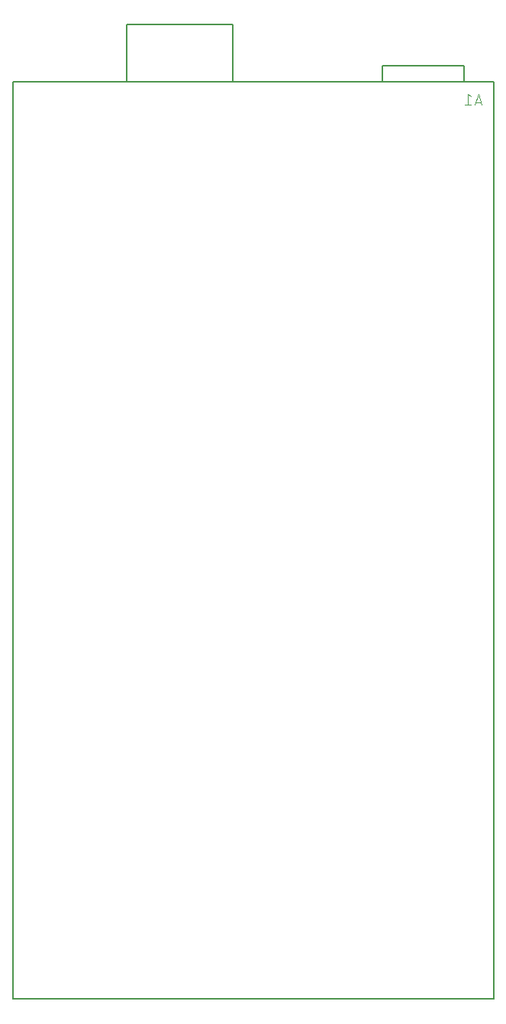
<source format=gbr>
G04 EAGLE Gerber RS-274X export*
G75*
%MOMM*%
%FSLAX34Y34*%
%LPD*%
%INSilkscreen Bottom*%
%IPPOS*%
%AMOC8*
5,1,8,0,0,1.08239X$1,22.5*%
G01*
%ADD10C,0.127000*%
%ADD11C,0.101600*%


D10*
X2653030Y1827530D02*
X2620030Y1827530D01*
X2530110Y1827530D01*
X2364130Y1827530D01*
X2246130Y1827530D01*
X2119630Y1827530D01*
X2119630Y811530D01*
X2653030Y811530D01*
X2653030Y1827530D01*
X2246130Y1827530D02*
X2246130Y1891030D01*
X2364130Y1891030D01*
X2364130Y1827530D01*
X2620030Y1827530D02*
X2620030Y1845630D01*
X2530110Y1845630D01*
X2530110Y1827530D01*
D11*
X2636227Y1814022D02*
X2640122Y1802338D01*
X2632333Y1802338D02*
X2636227Y1814022D01*
X2633306Y1805259D02*
X2639148Y1805259D01*
X2628043Y1811426D02*
X2624797Y1814022D01*
X2624797Y1802338D01*
X2621552Y1802338D02*
X2628043Y1802338D01*
M02*

</source>
